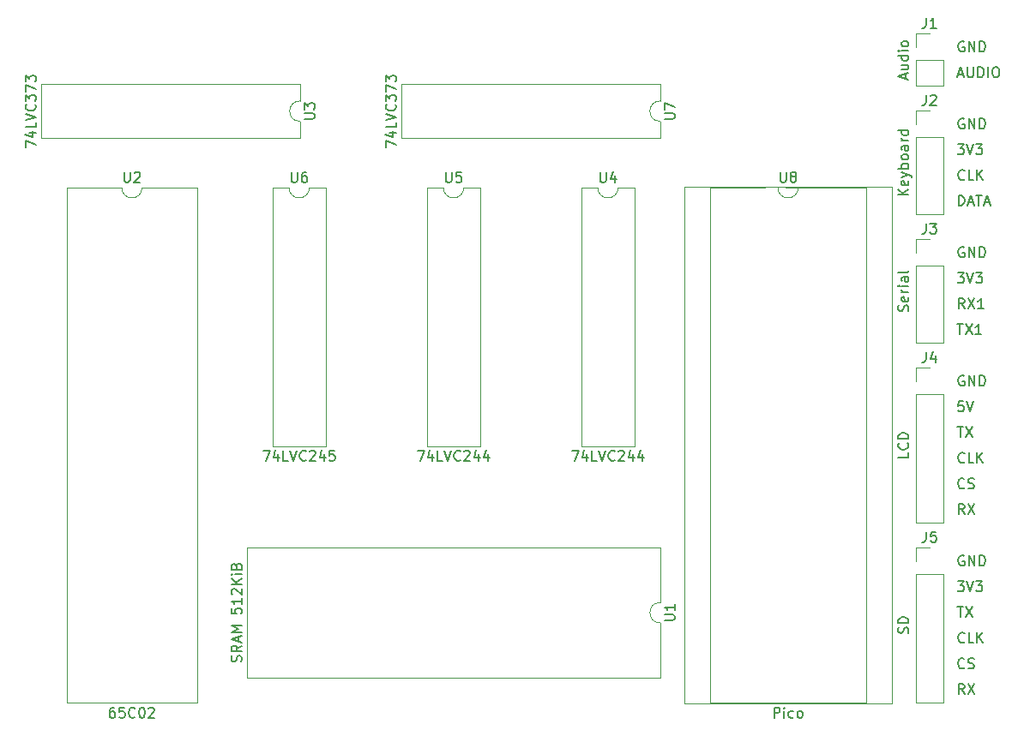
<source format=gto>
G04 #@! TF.GenerationSoftware,KiCad,Pcbnew,6.0.5-a6ca702e91~116~ubuntu20.04.1*
G04 #@! TF.CreationDate,2022-05-31T07:59:30+02:00*
G04 #@! TF.ProjectId,PZ1_Pico,505a315f-5069-4636-9f2e-6b696361645f,rev?*
G04 #@! TF.SameCoordinates,Original*
G04 #@! TF.FileFunction,Legend,Top*
G04 #@! TF.FilePolarity,Positive*
%FSLAX46Y46*%
G04 Gerber Fmt 4.6, Leading zero omitted, Abs format (unit mm)*
G04 Created by KiCad (PCBNEW 6.0.5-a6ca702e91~116~ubuntu20.04.1) date 2022-05-31 07:59:30*
%MOMM*%
%LPD*%
G01*
G04 APERTURE LIST*
%ADD10C,0.150000*%
%ADD11C,0.120000*%
%ADD12R,1.600000X1.600000*%
%ADD13O,1.600000X1.600000*%
%ADD14R,1.700000X1.700000*%
%ADD15O,1.700000X1.700000*%
G04 APERTURE END LIST*
D10*
X214267023Y-117292380D02*
X213933690Y-116816190D01*
X213695595Y-117292380D02*
X213695595Y-116292380D01*
X214076547Y-116292380D01*
X214171785Y-116340000D01*
X214219404Y-116387619D01*
X214267023Y-116482857D01*
X214267023Y-116625714D01*
X214219404Y-116720952D01*
X214171785Y-116768571D01*
X214076547Y-116816190D01*
X213695595Y-116816190D01*
X214600357Y-116292380D02*
X215267023Y-117292380D01*
X215267023Y-116292380D02*
X214600357Y-117292380D01*
X216171785Y-117292380D02*
X215600357Y-117292380D01*
X215886071Y-117292380D02*
X215886071Y-116292380D01*
X215790833Y-116435238D01*
X215695595Y-116530476D01*
X215600357Y-116578095D01*
X214250369Y-134976422D02*
X214202750Y-135024041D01*
X214059893Y-135071660D01*
X213964655Y-135071660D01*
X213821798Y-135024041D01*
X213726560Y-134928803D01*
X213678941Y-134833565D01*
X213631322Y-134643089D01*
X213631322Y-134500232D01*
X213678941Y-134309756D01*
X213726560Y-134214518D01*
X213821798Y-134119280D01*
X213964655Y-134071660D01*
X214059893Y-134071660D01*
X214202750Y-134119280D01*
X214250369Y-134166899D01*
X214631322Y-135024041D02*
X214774179Y-135071660D01*
X215012274Y-135071660D01*
X215107512Y-135024041D01*
X215155131Y-134976422D01*
X215202750Y-134881184D01*
X215202750Y-134785946D01*
X215155131Y-134690708D01*
X215107512Y-134643089D01*
X215012274Y-134595470D01*
X214821798Y-134547851D01*
X214726560Y-134500232D01*
X214678941Y-134452613D01*
X214631322Y-134357375D01*
X214631322Y-134262137D01*
X214678941Y-134166899D01*
X214726560Y-134119280D01*
X214821798Y-134071660D01*
X215059893Y-134071660D01*
X215202750Y-134119280D01*
X213552738Y-128992380D02*
X214124166Y-128992380D01*
X213838452Y-129992380D02*
X213838452Y-128992380D01*
X214362261Y-128992380D02*
X215028928Y-129992380D01*
X215028928Y-128992380D02*
X214362261Y-129992380D01*
X214267023Y-155392380D02*
X213933690Y-154916190D01*
X213695595Y-155392380D02*
X213695595Y-154392380D01*
X214076547Y-154392380D01*
X214171785Y-154440000D01*
X214219404Y-154487619D01*
X214267023Y-154582857D01*
X214267023Y-154725714D01*
X214219404Y-154820952D01*
X214171785Y-154868571D01*
X214076547Y-154916190D01*
X213695595Y-154916190D01*
X214600357Y-154392380D02*
X215267023Y-155392380D01*
X215267023Y-154392380D02*
X214600357Y-155392380D01*
X214267023Y-132437142D02*
X214219404Y-132484761D01*
X214076547Y-132532380D01*
X213981309Y-132532380D01*
X213838452Y-132484761D01*
X213743214Y-132389523D01*
X213695595Y-132294285D01*
X213647976Y-132103809D01*
X213647976Y-131960952D01*
X213695595Y-131770476D01*
X213743214Y-131675238D01*
X213838452Y-131580000D01*
X213981309Y-131532380D01*
X214076547Y-131532380D01*
X214219404Y-131580000D01*
X214267023Y-131627619D01*
X215171785Y-132532380D02*
X214695595Y-132532380D01*
X214695595Y-131532380D01*
X215505119Y-132532380D02*
X215505119Y-131532380D01*
X216076547Y-132532380D02*
X215647976Y-131960952D01*
X216076547Y-131532380D02*
X215505119Y-132103809D01*
X213689173Y-107105580D02*
X213689173Y-106105580D01*
X213927268Y-106105580D01*
X214070125Y-106153200D01*
X214165363Y-106248438D01*
X214212982Y-106343676D01*
X214260601Y-106534152D01*
X214260601Y-106677009D01*
X214212982Y-106867485D01*
X214165363Y-106962723D01*
X214070125Y-107057961D01*
X213927268Y-107105580D01*
X213689173Y-107105580D01*
X214641554Y-106819866D02*
X215117744Y-106819866D01*
X214546316Y-107105580D02*
X214879649Y-106105580D01*
X215212982Y-107105580D01*
X215403458Y-106105580D02*
X215974887Y-106105580D01*
X215689173Y-107105580D02*
X215689173Y-106105580D01*
X216260601Y-106819866D02*
X216736792Y-106819866D01*
X216165363Y-107105580D02*
X216498697Y-106105580D01*
X216832030Y-107105580D01*
X214219404Y-141740000D02*
X214124166Y-141692380D01*
X213981309Y-141692380D01*
X213838452Y-141740000D01*
X213743214Y-141835238D01*
X213695595Y-141930476D01*
X213647976Y-142120952D01*
X213647976Y-142263809D01*
X213695595Y-142454285D01*
X213743214Y-142549523D01*
X213838452Y-142644761D01*
X213981309Y-142692380D01*
X214076547Y-142692380D01*
X214219404Y-142644761D01*
X214267023Y-142597142D01*
X214267023Y-142263809D01*
X214076547Y-142263809D01*
X214695595Y-142692380D02*
X214695595Y-141692380D01*
X215267023Y-142692380D01*
X215267023Y-141692380D01*
X215743214Y-142692380D02*
X215743214Y-141692380D01*
X215981309Y-141692380D01*
X216124166Y-141740000D01*
X216219404Y-141835238D01*
X216267023Y-141930476D01*
X216314642Y-142120952D01*
X216314642Y-142263809D01*
X216267023Y-142454285D01*
X216219404Y-142549523D01*
X216124166Y-142644761D01*
X215981309Y-142692380D01*
X215743214Y-142692380D01*
X214219404Y-98560000D02*
X214124166Y-98512380D01*
X213981309Y-98512380D01*
X213838452Y-98560000D01*
X213743214Y-98655238D01*
X213695595Y-98750476D01*
X213647976Y-98940952D01*
X213647976Y-99083809D01*
X213695595Y-99274285D01*
X213743214Y-99369523D01*
X213838452Y-99464761D01*
X213981309Y-99512380D01*
X214076547Y-99512380D01*
X214219404Y-99464761D01*
X214267023Y-99417142D01*
X214267023Y-99083809D01*
X214076547Y-99083809D01*
X214695595Y-99512380D02*
X214695595Y-98512380D01*
X215267023Y-99512380D01*
X215267023Y-98512380D01*
X215743214Y-99512380D02*
X215743214Y-98512380D01*
X215981309Y-98512380D01*
X216124166Y-98560000D01*
X216219404Y-98655238D01*
X216267023Y-98750476D01*
X216314642Y-98940952D01*
X216314642Y-99083809D01*
X216267023Y-99274285D01*
X216219404Y-99369523D01*
X216124166Y-99464761D01*
X215981309Y-99512380D01*
X215743214Y-99512380D01*
X213600357Y-113752380D02*
X214219404Y-113752380D01*
X213886071Y-114133333D01*
X214028928Y-114133333D01*
X214124166Y-114180952D01*
X214171785Y-114228571D01*
X214219404Y-114323809D01*
X214219404Y-114561904D01*
X214171785Y-114657142D01*
X214124166Y-114704761D01*
X214028928Y-114752380D01*
X213743214Y-114752380D01*
X213647976Y-114704761D01*
X213600357Y-114657142D01*
X214505119Y-113752380D02*
X214838452Y-114752380D01*
X215171785Y-113752380D01*
X215409880Y-113752380D02*
X216028928Y-113752380D01*
X215695595Y-114133333D01*
X215838452Y-114133333D01*
X215933690Y-114180952D01*
X215981309Y-114228571D01*
X216028928Y-114323809D01*
X216028928Y-114561904D01*
X215981309Y-114657142D01*
X215933690Y-114704761D01*
X215838452Y-114752380D01*
X215552738Y-114752380D01*
X215457500Y-114704761D01*
X215409880Y-114657142D01*
X214267023Y-137612380D02*
X213933690Y-137136190D01*
X213695595Y-137612380D02*
X213695595Y-136612380D01*
X214076547Y-136612380D01*
X214171785Y-136660000D01*
X214219404Y-136707619D01*
X214267023Y-136802857D01*
X214267023Y-136945714D01*
X214219404Y-137040952D01*
X214171785Y-137088571D01*
X214076547Y-137136190D01*
X213695595Y-137136190D01*
X214600357Y-136612380D02*
X215267023Y-137612380D01*
X215267023Y-136612380D02*
X214600357Y-137612380D01*
X214219404Y-123960000D02*
X214124166Y-123912380D01*
X213981309Y-123912380D01*
X213838452Y-123960000D01*
X213743214Y-124055238D01*
X213695595Y-124150476D01*
X213647976Y-124340952D01*
X213647976Y-124483809D01*
X213695595Y-124674285D01*
X213743214Y-124769523D01*
X213838452Y-124864761D01*
X213981309Y-124912380D01*
X214076547Y-124912380D01*
X214219404Y-124864761D01*
X214267023Y-124817142D01*
X214267023Y-124483809D01*
X214076547Y-124483809D01*
X214695595Y-124912380D02*
X214695595Y-123912380D01*
X215267023Y-124912380D01*
X215267023Y-123912380D01*
X215743214Y-124912380D02*
X215743214Y-123912380D01*
X215981309Y-123912380D01*
X216124166Y-123960000D01*
X216219404Y-124055238D01*
X216267023Y-124150476D01*
X216314642Y-124340952D01*
X216314642Y-124483809D01*
X216267023Y-124674285D01*
X216219404Y-124769523D01*
X216124166Y-124864761D01*
X215981309Y-124912380D01*
X215743214Y-124912380D01*
X214267023Y-150217142D02*
X214219404Y-150264761D01*
X214076547Y-150312380D01*
X213981309Y-150312380D01*
X213838452Y-150264761D01*
X213743214Y-150169523D01*
X213695595Y-150074285D01*
X213647976Y-149883809D01*
X213647976Y-149740952D01*
X213695595Y-149550476D01*
X213743214Y-149455238D01*
X213838452Y-149360000D01*
X213981309Y-149312380D01*
X214076547Y-149312380D01*
X214219404Y-149360000D01*
X214267023Y-149407619D01*
X215171785Y-150312380D02*
X214695595Y-150312380D01*
X214695595Y-149312380D01*
X215505119Y-150312380D02*
X215505119Y-149312380D01*
X216076547Y-150312380D02*
X215647976Y-149740952D01*
X216076547Y-149312380D02*
X215505119Y-149883809D01*
X213546316Y-118819536D02*
X214117744Y-118819536D01*
X213832030Y-119819536D02*
X213832030Y-118819536D01*
X214355839Y-118819536D02*
X215022506Y-119819536D01*
X215022506Y-118819536D02*
X214355839Y-119819536D01*
X215927268Y-119819536D02*
X215355839Y-119819536D01*
X215641554Y-119819536D02*
X215641554Y-118819536D01*
X215546316Y-118962394D01*
X215451078Y-119057632D01*
X215355839Y-119105251D01*
X213600357Y-101052380D02*
X214219404Y-101052380D01*
X213886071Y-101433333D01*
X214028928Y-101433333D01*
X214124166Y-101480952D01*
X214171785Y-101528571D01*
X214219404Y-101623809D01*
X214219404Y-101861904D01*
X214171785Y-101957142D01*
X214124166Y-102004761D01*
X214028928Y-102052380D01*
X213743214Y-102052380D01*
X213647976Y-102004761D01*
X213600357Y-101957142D01*
X214505119Y-101052380D02*
X214838452Y-102052380D01*
X215171785Y-101052380D01*
X215409880Y-101052380D02*
X216028928Y-101052380D01*
X215695595Y-101433333D01*
X215838452Y-101433333D01*
X215933690Y-101480952D01*
X215981309Y-101528571D01*
X216028928Y-101623809D01*
X216028928Y-101861904D01*
X215981309Y-101957142D01*
X215933690Y-102004761D01*
X215838452Y-102052380D01*
X215552738Y-102052380D01*
X215457500Y-102004761D01*
X215409880Y-101957142D01*
X214219404Y-90940000D02*
X214124166Y-90892380D01*
X213981309Y-90892380D01*
X213838452Y-90940000D01*
X213743214Y-91035238D01*
X213695595Y-91130476D01*
X213647976Y-91320952D01*
X213647976Y-91463809D01*
X213695595Y-91654285D01*
X213743214Y-91749523D01*
X213838452Y-91844761D01*
X213981309Y-91892380D01*
X214076547Y-91892380D01*
X214219404Y-91844761D01*
X214267023Y-91797142D01*
X214267023Y-91463809D01*
X214076547Y-91463809D01*
X214695595Y-91892380D02*
X214695595Y-90892380D01*
X215267023Y-91892380D01*
X215267023Y-90892380D01*
X215743214Y-91892380D02*
X215743214Y-90892380D01*
X215981309Y-90892380D01*
X216124166Y-90940000D01*
X216219404Y-91035238D01*
X216267023Y-91130476D01*
X216314642Y-91320952D01*
X216314642Y-91463809D01*
X216267023Y-91654285D01*
X216219404Y-91749523D01*
X216124166Y-91844761D01*
X215981309Y-91892380D01*
X215743214Y-91892380D01*
X214219404Y-111260000D02*
X214124166Y-111212380D01*
X213981309Y-111212380D01*
X213838452Y-111260000D01*
X213743214Y-111355238D01*
X213695595Y-111450476D01*
X213647976Y-111640952D01*
X213647976Y-111783809D01*
X213695595Y-111974285D01*
X213743214Y-112069523D01*
X213838452Y-112164761D01*
X213981309Y-112212380D01*
X214076547Y-112212380D01*
X214219404Y-112164761D01*
X214267023Y-112117142D01*
X214267023Y-111783809D01*
X214076547Y-111783809D01*
X214695595Y-112212380D02*
X214695595Y-111212380D01*
X215267023Y-112212380D01*
X215267023Y-111212380D01*
X215743214Y-112212380D02*
X215743214Y-111212380D01*
X215981309Y-111212380D01*
X216124166Y-111260000D01*
X216219404Y-111355238D01*
X216267023Y-111450476D01*
X216314642Y-111640952D01*
X216314642Y-111783809D01*
X216267023Y-111974285D01*
X216219404Y-112069523D01*
X216124166Y-112164761D01*
X215981309Y-112212380D01*
X215743214Y-112212380D01*
X213600357Y-144232380D02*
X214219404Y-144232380D01*
X213886071Y-144613333D01*
X214028928Y-144613333D01*
X214124166Y-144660952D01*
X214171785Y-144708571D01*
X214219404Y-144803809D01*
X214219404Y-145041904D01*
X214171785Y-145137142D01*
X214124166Y-145184761D01*
X214028928Y-145232380D01*
X213743214Y-145232380D01*
X213647976Y-145184761D01*
X213600357Y-145137142D01*
X214505119Y-144232380D02*
X214838452Y-145232380D01*
X215171785Y-144232380D01*
X215409880Y-144232380D02*
X216028928Y-144232380D01*
X215695595Y-144613333D01*
X215838452Y-144613333D01*
X215933690Y-144660952D01*
X215981309Y-144708571D01*
X216028928Y-144803809D01*
X216028928Y-145041904D01*
X215981309Y-145137142D01*
X215933690Y-145184761D01*
X215838452Y-145232380D01*
X215552738Y-145232380D01*
X215457500Y-145184761D01*
X215409880Y-145137142D01*
X214267023Y-104497142D02*
X214219404Y-104544761D01*
X214076547Y-104592380D01*
X213981309Y-104592380D01*
X213838452Y-104544761D01*
X213743214Y-104449523D01*
X213695595Y-104354285D01*
X213647976Y-104163809D01*
X213647976Y-104020952D01*
X213695595Y-103830476D01*
X213743214Y-103735238D01*
X213838452Y-103640000D01*
X213981309Y-103592380D01*
X214076547Y-103592380D01*
X214219404Y-103640000D01*
X214267023Y-103687619D01*
X215171785Y-104592380D02*
X214695595Y-104592380D01*
X214695595Y-103592380D01*
X215505119Y-104592380D02*
X215505119Y-103592380D01*
X216076547Y-104592380D02*
X215647976Y-104020952D01*
X216076547Y-103592380D02*
X215505119Y-104163809D01*
X214250369Y-152756422D02*
X214202750Y-152804041D01*
X214059893Y-152851660D01*
X213964655Y-152851660D01*
X213821798Y-152804041D01*
X213726560Y-152708803D01*
X213678941Y-152613565D01*
X213631322Y-152423089D01*
X213631322Y-152280232D01*
X213678941Y-152089756D01*
X213726560Y-151994518D01*
X213821798Y-151899280D01*
X213964655Y-151851660D01*
X214059893Y-151851660D01*
X214202750Y-151899280D01*
X214250369Y-151946899D01*
X214631322Y-152804041D02*
X214774179Y-152851660D01*
X215012274Y-152851660D01*
X215107512Y-152804041D01*
X215155131Y-152756422D01*
X215202750Y-152661184D01*
X215202750Y-152565946D01*
X215155131Y-152470708D01*
X215107512Y-152423089D01*
X215012274Y-152375470D01*
X214821798Y-152327851D01*
X214726560Y-152280232D01*
X214678941Y-152232613D01*
X214631322Y-152137375D01*
X214631322Y-152042137D01*
X214678941Y-151946899D01*
X214726560Y-151899280D01*
X214821798Y-151851660D01*
X215059893Y-151851660D01*
X215202750Y-151899280D01*
X213552738Y-146772380D02*
X214124166Y-146772380D01*
X213838452Y-147772380D02*
X213838452Y-146772380D01*
X214362261Y-146772380D02*
X215028928Y-147772380D01*
X215028928Y-146772380D02*
X214362261Y-147772380D01*
X214171785Y-126452380D02*
X213695595Y-126452380D01*
X213647976Y-126928571D01*
X213695595Y-126880952D01*
X213790833Y-126833333D01*
X214028928Y-126833333D01*
X214124166Y-126880952D01*
X214171785Y-126928571D01*
X214219404Y-127023809D01*
X214219404Y-127261904D01*
X214171785Y-127357142D01*
X214124166Y-127404761D01*
X214028928Y-127452380D01*
X213790833Y-127452380D01*
X213695595Y-127404761D01*
X213647976Y-127357142D01*
X214505119Y-126452380D02*
X214838452Y-127452380D01*
X215171785Y-126452380D01*
X213647976Y-94146666D02*
X214124166Y-94146666D01*
X213552738Y-94432380D02*
X213886071Y-93432380D01*
X214219404Y-94432380D01*
X214552738Y-93432380D02*
X214552738Y-94241904D01*
X214600357Y-94337142D01*
X214647976Y-94384761D01*
X214743214Y-94432380D01*
X214933690Y-94432380D01*
X215028928Y-94384761D01*
X215076547Y-94337142D01*
X215124166Y-94241904D01*
X215124166Y-93432380D01*
X215600357Y-94432380D02*
X215600357Y-93432380D01*
X215838452Y-93432380D01*
X215981309Y-93480000D01*
X216076547Y-93575238D01*
X216124166Y-93670476D01*
X216171785Y-93860952D01*
X216171785Y-94003809D01*
X216124166Y-94194285D01*
X216076547Y-94289523D01*
X215981309Y-94384761D01*
X215838452Y-94432380D01*
X215600357Y-94432380D01*
X216600357Y-94432380D02*
X216600357Y-93432380D01*
X217267023Y-93432380D02*
X217457500Y-93432380D01*
X217552738Y-93480000D01*
X217647976Y-93575238D01*
X217695595Y-93765714D01*
X217695595Y-94099047D01*
X217647976Y-94289523D01*
X217552738Y-94384761D01*
X217457500Y-94432380D01*
X217267023Y-94432380D01*
X217171785Y-94384761D01*
X217076547Y-94289523D01*
X217028928Y-94099047D01*
X217028928Y-93765714D01*
X217076547Y-93575238D01*
X217171785Y-93480000D01*
X217267023Y-93432380D01*
X149102380Y-98551904D02*
X149911904Y-98551904D01*
X150007142Y-98504285D01*
X150054761Y-98456666D01*
X150102380Y-98361428D01*
X150102380Y-98170952D01*
X150054761Y-98075714D01*
X150007142Y-98028095D01*
X149911904Y-97980476D01*
X149102380Y-97980476D01*
X149102380Y-97599523D02*
X149102380Y-96980476D01*
X149483333Y-97313809D01*
X149483333Y-97170952D01*
X149530952Y-97075714D01*
X149578571Y-97028095D01*
X149673809Y-96980476D01*
X149911904Y-96980476D01*
X150007142Y-97028095D01*
X150054761Y-97075714D01*
X150102380Y-97170952D01*
X150102380Y-97456666D01*
X150054761Y-97551904D01*
X150007142Y-97599523D01*
X121582380Y-101361428D02*
X121582380Y-100694761D01*
X122582380Y-101123333D01*
X121915714Y-99885238D02*
X122582380Y-99885238D01*
X121534761Y-100123333D02*
X122249047Y-100361428D01*
X122249047Y-99742380D01*
X122582380Y-98885238D02*
X122582380Y-99361428D01*
X121582380Y-99361428D01*
X121582380Y-98694761D02*
X122582380Y-98361428D01*
X121582380Y-98028095D01*
X122487142Y-97123333D02*
X122534761Y-97170952D01*
X122582380Y-97313809D01*
X122582380Y-97409047D01*
X122534761Y-97551904D01*
X122439523Y-97647142D01*
X122344285Y-97694761D01*
X122153809Y-97742380D01*
X122010952Y-97742380D01*
X121820476Y-97694761D01*
X121725238Y-97647142D01*
X121630000Y-97551904D01*
X121582380Y-97409047D01*
X121582380Y-97313809D01*
X121630000Y-97170952D01*
X121677619Y-97123333D01*
X121582380Y-96790000D02*
X121582380Y-96170952D01*
X121963333Y-96504285D01*
X121963333Y-96361428D01*
X122010952Y-96266190D01*
X122058571Y-96218571D01*
X122153809Y-96170952D01*
X122391904Y-96170952D01*
X122487142Y-96218571D01*
X122534761Y-96266190D01*
X122582380Y-96361428D01*
X122582380Y-96647142D01*
X122534761Y-96742380D01*
X122487142Y-96790000D01*
X121582380Y-95837619D02*
X121582380Y-95170952D01*
X122582380Y-95599523D01*
X121582380Y-94885238D02*
X121582380Y-94266190D01*
X121963333Y-94599523D01*
X121963333Y-94456666D01*
X122010952Y-94361428D01*
X122058571Y-94313809D01*
X122153809Y-94266190D01*
X122391904Y-94266190D01*
X122487142Y-94313809D01*
X122534761Y-94361428D01*
X122582380Y-94456666D01*
X122582380Y-94742380D01*
X122534761Y-94837619D01*
X122487142Y-94885238D01*
X178308095Y-103807380D02*
X178308095Y-104616904D01*
X178355714Y-104712142D01*
X178403333Y-104759761D01*
X178498571Y-104807380D01*
X178689047Y-104807380D01*
X178784285Y-104759761D01*
X178831904Y-104712142D01*
X178879523Y-104616904D01*
X178879523Y-103807380D01*
X179784285Y-104140714D02*
X179784285Y-104807380D01*
X179546190Y-103759761D02*
X179308095Y-104474047D01*
X179927142Y-104474047D01*
X175498571Y-131327380D02*
X176165238Y-131327380D01*
X175736666Y-132327380D01*
X176974761Y-131660714D02*
X176974761Y-132327380D01*
X176736666Y-131279761D02*
X176498571Y-131994047D01*
X177117619Y-131994047D01*
X177974761Y-132327380D02*
X177498571Y-132327380D01*
X177498571Y-131327380D01*
X178165238Y-131327380D02*
X178498571Y-132327380D01*
X178831904Y-131327380D01*
X179736666Y-132232142D02*
X179689047Y-132279761D01*
X179546190Y-132327380D01*
X179450952Y-132327380D01*
X179308095Y-132279761D01*
X179212857Y-132184523D01*
X179165238Y-132089285D01*
X179117619Y-131898809D01*
X179117619Y-131755952D01*
X179165238Y-131565476D01*
X179212857Y-131470238D01*
X179308095Y-131375000D01*
X179450952Y-131327380D01*
X179546190Y-131327380D01*
X179689047Y-131375000D01*
X179736666Y-131422619D01*
X180117619Y-131422619D02*
X180165238Y-131375000D01*
X180260476Y-131327380D01*
X180498571Y-131327380D01*
X180593809Y-131375000D01*
X180641428Y-131422619D01*
X180689047Y-131517857D01*
X180689047Y-131613095D01*
X180641428Y-131755952D01*
X180070000Y-132327380D01*
X180689047Y-132327380D01*
X181546190Y-131660714D02*
X181546190Y-132327380D01*
X181308095Y-131279761D02*
X181070000Y-131994047D01*
X181689047Y-131994047D01*
X182498571Y-131660714D02*
X182498571Y-132327380D01*
X182260476Y-131279761D02*
X182022380Y-131994047D01*
X182641428Y-131994047D01*
X184662380Y-148101904D02*
X185471904Y-148101904D01*
X185567142Y-148054285D01*
X185614761Y-148006666D01*
X185662380Y-147911428D01*
X185662380Y-147720952D01*
X185614761Y-147625714D01*
X185567142Y-147578095D01*
X185471904Y-147530476D01*
X184662380Y-147530476D01*
X185662380Y-146530476D02*
X185662380Y-147101904D01*
X185662380Y-146816190D02*
X184662380Y-146816190D01*
X184805238Y-146911428D01*
X184900476Y-147006666D01*
X184948095Y-147101904D01*
X142854761Y-152173333D02*
X142902380Y-152030476D01*
X142902380Y-151792380D01*
X142854761Y-151697142D01*
X142807142Y-151649523D01*
X142711904Y-151601904D01*
X142616666Y-151601904D01*
X142521428Y-151649523D01*
X142473809Y-151697142D01*
X142426190Y-151792380D01*
X142378571Y-151982857D01*
X142330952Y-152078095D01*
X142283333Y-152125714D01*
X142188095Y-152173333D01*
X142092857Y-152173333D01*
X141997619Y-152125714D01*
X141950000Y-152078095D01*
X141902380Y-151982857D01*
X141902380Y-151744761D01*
X141950000Y-151601904D01*
X142902380Y-150601904D02*
X142426190Y-150935238D01*
X142902380Y-151173333D02*
X141902380Y-151173333D01*
X141902380Y-150792380D01*
X141950000Y-150697142D01*
X141997619Y-150649523D01*
X142092857Y-150601904D01*
X142235714Y-150601904D01*
X142330952Y-150649523D01*
X142378571Y-150697142D01*
X142426190Y-150792380D01*
X142426190Y-151173333D01*
X142616666Y-150220952D02*
X142616666Y-149744761D01*
X142902380Y-150316190D02*
X141902380Y-149982857D01*
X142902380Y-149649523D01*
X142902380Y-149316190D02*
X141902380Y-149316190D01*
X142616666Y-148982857D01*
X141902380Y-148649523D01*
X142902380Y-148649523D01*
X141902380Y-146935238D02*
X141902380Y-147411428D01*
X142378571Y-147459047D01*
X142330952Y-147411428D01*
X142283333Y-147316190D01*
X142283333Y-147078095D01*
X142330952Y-146982857D01*
X142378571Y-146935238D01*
X142473809Y-146887619D01*
X142711904Y-146887619D01*
X142807142Y-146935238D01*
X142854761Y-146982857D01*
X142902380Y-147078095D01*
X142902380Y-147316190D01*
X142854761Y-147411428D01*
X142807142Y-147459047D01*
X142902380Y-145935238D02*
X142902380Y-146506666D01*
X142902380Y-146220952D02*
X141902380Y-146220952D01*
X142045238Y-146316190D01*
X142140476Y-146411428D01*
X142188095Y-146506666D01*
X141997619Y-145554285D02*
X141950000Y-145506666D01*
X141902380Y-145411428D01*
X141902380Y-145173333D01*
X141950000Y-145078095D01*
X141997619Y-145030476D01*
X142092857Y-144982857D01*
X142188095Y-144982857D01*
X142330952Y-145030476D01*
X142902380Y-145601904D01*
X142902380Y-144982857D01*
X142902380Y-144554285D02*
X141902380Y-144554285D01*
X142902380Y-143982857D02*
X142330952Y-144411428D01*
X141902380Y-143982857D02*
X142473809Y-144554285D01*
X142902380Y-143554285D02*
X142235714Y-143554285D01*
X141902380Y-143554285D02*
X141950000Y-143601904D01*
X141997619Y-143554285D01*
X141950000Y-143506666D01*
X141902380Y-143554285D01*
X141997619Y-143554285D01*
X142378571Y-142744761D02*
X142426190Y-142601904D01*
X142473809Y-142554285D01*
X142569047Y-142506666D01*
X142711904Y-142506666D01*
X142807142Y-142554285D01*
X142854761Y-142601904D01*
X142902380Y-142697142D01*
X142902380Y-143078095D01*
X141902380Y-143078095D01*
X141902380Y-142744761D01*
X141950000Y-142649523D01*
X141997619Y-142601904D01*
X142092857Y-142554285D01*
X142188095Y-142554285D01*
X142283333Y-142601904D01*
X142330952Y-142649523D01*
X142378571Y-142744761D01*
X142378571Y-143078095D01*
X163068095Y-103807380D02*
X163068095Y-104616904D01*
X163115714Y-104712142D01*
X163163333Y-104759761D01*
X163258571Y-104807380D01*
X163449047Y-104807380D01*
X163544285Y-104759761D01*
X163591904Y-104712142D01*
X163639523Y-104616904D01*
X163639523Y-103807380D01*
X164591904Y-103807380D02*
X164115714Y-103807380D01*
X164068095Y-104283571D01*
X164115714Y-104235952D01*
X164210952Y-104188333D01*
X164449047Y-104188333D01*
X164544285Y-104235952D01*
X164591904Y-104283571D01*
X164639523Y-104378809D01*
X164639523Y-104616904D01*
X164591904Y-104712142D01*
X164544285Y-104759761D01*
X164449047Y-104807380D01*
X164210952Y-104807380D01*
X164115714Y-104759761D01*
X164068095Y-104712142D01*
X160258571Y-131327380D02*
X160925238Y-131327380D01*
X160496666Y-132327380D01*
X161734761Y-131660714D02*
X161734761Y-132327380D01*
X161496666Y-131279761D02*
X161258571Y-131994047D01*
X161877619Y-131994047D01*
X162734761Y-132327380D02*
X162258571Y-132327380D01*
X162258571Y-131327380D01*
X162925238Y-131327380D02*
X163258571Y-132327380D01*
X163591904Y-131327380D01*
X164496666Y-132232142D02*
X164449047Y-132279761D01*
X164306190Y-132327380D01*
X164210952Y-132327380D01*
X164068095Y-132279761D01*
X163972857Y-132184523D01*
X163925238Y-132089285D01*
X163877619Y-131898809D01*
X163877619Y-131755952D01*
X163925238Y-131565476D01*
X163972857Y-131470238D01*
X164068095Y-131375000D01*
X164210952Y-131327380D01*
X164306190Y-131327380D01*
X164449047Y-131375000D01*
X164496666Y-131422619D01*
X164877619Y-131422619D02*
X164925238Y-131375000D01*
X165020476Y-131327380D01*
X165258571Y-131327380D01*
X165353809Y-131375000D01*
X165401428Y-131422619D01*
X165449047Y-131517857D01*
X165449047Y-131613095D01*
X165401428Y-131755952D01*
X164830000Y-132327380D01*
X165449047Y-132327380D01*
X166306190Y-131660714D02*
X166306190Y-132327380D01*
X166068095Y-131279761D02*
X165830000Y-131994047D01*
X166449047Y-131994047D01*
X167258571Y-131660714D02*
X167258571Y-132327380D01*
X167020476Y-131279761D02*
X166782380Y-131994047D01*
X167401428Y-131994047D01*
X210486666Y-108882380D02*
X210486666Y-109596666D01*
X210439047Y-109739523D01*
X210343809Y-109834761D01*
X210200952Y-109882380D01*
X210105714Y-109882380D01*
X210867619Y-108882380D02*
X211486666Y-108882380D01*
X211153333Y-109263333D01*
X211296190Y-109263333D01*
X211391428Y-109310952D01*
X211439047Y-109358571D01*
X211486666Y-109453809D01*
X211486666Y-109691904D01*
X211439047Y-109787142D01*
X211391428Y-109834761D01*
X211296190Y-109882380D01*
X211010476Y-109882380D01*
X210915238Y-109834761D01*
X210867619Y-109787142D01*
X208684761Y-117546190D02*
X208732380Y-117403333D01*
X208732380Y-117165238D01*
X208684761Y-117070000D01*
X208637142Y-117022380D01*
X208541904Y-116974761D01*
X208446666Y-116974761D01*
X208351428Y-117022380D01*
X208303809Y-117070000D01*
X208256190Y-117165238D01*
X208208571Y-117355714D01*
X208160952Y-117450952D01*
X208113333Y-117498571D01*
X208018095Y-117546190D01*
X207922857Y-117546190D01*
X207827619Y-117498571D01*
X207780000Y-117450952D01*
X207732380Y-117355714D01*
X207732380Y-117117619D01*
X207780000Y-116974761D01*
X208684761Y-116165238D02*
X208732380Y-116260476D01*
X208732380Y-116450952D01*
X208684761Y-116546190D01*
X208589523Y-116593809D01*
X208208571Y-116593809D01*
X208113333Y-116546190D01*
X208065714Y-116450952D01*
X208065714Y-116260476D01*
X208113333Y-116165238D01*
X208208571Y-116117619D01*
X208303809Y-116117619D01*
X208399047Y-116593809D01*
X208732380Y-115689047D02*
X208065714Y-115689047D01*
X208256190Y-115689047D02*
X208160952Y-115641428D01*
X208113333Y-115593809D01*
X208065714Y-115498571D01*
X208065714Y-115403333D01*
X208732380Y-115070000D02*
X208065714Y-115070000D01*
X207732380Y-115070000D02*
X207780000Y-115117619D01*
X207827619Y-115070000D01*
X207780000Y-115022380D01*
X207732380Y-115070000D01*
X207827619Y-115070000D01*
X208732380Y-114165238D02*
X208208571Y-114165238D01*
X208113333Y-114212857D01*
X208065714Y-114308095D01*
X208065714Y-114498571D01*
X208113333Y-114593809D01*
X208684761Y-114165238D02*
X208732380Y-114260476D01*
X208732380Y-114498571D01*
X208684761Y-114593809D01*
X208589523Y-114641428D01*
X208494285Y-114641428D01*
X208399047Y-114593809D01*
X208351428Y-114498571D01*
X208351428Y-114260476D01*
X208303809Y-114165238D01*
X208732380Y-113546190D02*
X208684761Y-113641428D01*
X208589523Y-113689047D01*
X207732380Y-113689047D01*
X131313095Y-103802380D02*
X131313095Y-104611904D01*
X131360714Y-104707142D01*
X131408333Y-104754761D01*
X131503571Y-104802380D01*
X131694047Y-104802380D01*
X131789285Y-104754761D01*
X131836904Y-104707142D01*
X131884523Y-104611904D01*
X131884523Y-103802380D01*
X132313095Y-103897619D02*
X132360714Y-103850000D01*
X132455952Y-103802380D01*
X132694047Y-103802380D01*
X132789285Y-103850000D01*
X132836904Y-103897619D01*
X132884523Y-103992857D01*
X132884523Y-104088095D01*
X132836904Y-104230952D01*
X132265476Y-104802380D01*
X132884523Y-104802380D01*
X130336904Y-156722380D02*
X130146428Y-156722380D01*
X130051190Y-156770000D01*
X130003571Y-156817619D01*
X129908333Y-156960476D01*
X129860714Y-157150952D01*
X129860714Y-157531904D01*
X129908333Y-157627142D01*
X129955952Y-157674761D01*
X130051190Y-157722380D01*
X130241666Y-157722380D01*
X130336904Y-157674761D01*
X130384523Y-157627142D01*
X130432142Y-157531904D01*
X130432142Y-157293809D01*
X130384523Y-157198571D01*
X130336904Y-157150952D01*
X130241666Y-157103333D01*
X130051190Y-157103333D01*
X129955952Y-157150952D01*
X129908333Y-157198571D01*
X129860714Y-157293809D01*
X131336904Y-156722380D02*
X130860714Y-156722380D01*
X130813095Y-157198571D01*
X130860714Y-157150952D01*
X130955952Y-157103333D01*
X131194047Y-157103333D01*
X131289285Y-157150952D01*
X131336904Y-157198571D01*
X131384523Y-157293809D01*
X131384523Y-157531904D01*
X131336904Y-157627142D01*
X131289285Y-157674761D01*
X131194047Y-157722380D01*
X130955952Y-157722380D01*
X130860714Y-157674761D01*
X130813095Y-157627142D01*
X132384523Y-157627142D02*
X132336904Y-157674761D01*
X132194047Y-157722380D01*
X132098809Y-157722380D01*
X131955952Y-157674761D01*
X131860714Y-157579523D01*
X131813095Y-157484285D01*
X131765476Y-157293809D01*
X131765476Y-157150952D01*
X131813095Y-156960476D01*
X131860714Y-156865238D01*
X131955952Y-156770000D01*
X132098809Y-156722380D01*
X132194047Y-156722380D01*
X132336904Y-156770000D01*
X132384523Y-156817619D01*
X133003571Y-156722380D02*
X133098809Y-156722380D01*
X133194047Y-156770000D01*
X133241666Y-156817619D01*
X133289285Y-156912857D01*
X133336904Y-157103333D01*
X133336904Y-157341428D01*
X133289285Y-157531904D01*
X133241666Y-157627142D01*
X133194047Y-157674761D01*
X133098809Y-157722380D01*
X133003571Y-157722380D01*
X132908333Y-157674761D01*
X132860714Y-157627142D01*
X132813095Y-157531904D01*
X132765476Y-157341428D01*
X132765476Y-157103333D01*
X132813095Y-156912857D01*
X132860714Y-156817619D01*
X132908333Y-156770000D01*
X133003571Y-156722380D01*
X133717857Y-156817619D02*
X133765476Y-156770000D01*
X133860714Y-156722380D01*
X134098809Y-156722380D01*
X134194047Y-156770000D01*
X134241666Y-156817619D01*
X134289285Y-156912857D01*
X134289285Y-157008095D01*
X134241666Y-157150952D01*
X133670238Y-157722380D01*
X134289285Y-157722380D01*
X210486666Y-139362380D02*
X210486666Y-140076666D01*
X210439047Y-140219523D01*
X210343809Y-140314761D01*
X210200952Y-140362380D01*
X210105714Y-140362380D01*
X211439047Y-139362380D02*
X210962857Y-139362380D01*
X210915238Y-139838571D01*
X210962857Y-139790952D01*
X211058095Y-139743333D01*
X211296190Y-139743333D01*
X211391428Y-139790952D01*
X211439047Y-139838571D01*
X211486666Y-139933809D01*
X211486666Y-140171904D01*
X211439047Y-140267142D01*
X211391428Y-140314761D01*
X211296190Y-140362380D01*
X211058095Y-140362380D01*
X210962857Y-140314761D01*
X210915238Y-140267142D01*
X208684761Y-149375714D02*
X208732380Y-149232857D01*
X208732380Y-148994761D01*
X208684761Y-148899523D01*
X208637142Y-148851904D01*
X208541904Y-148804285D01*
X208446666Y-148804285D01*
X208351428Y-148851904D01*
X208303809Y-148899523D01*
X208256190Y-148994761D01*
X208208571Y-149185238D01*
X208160952Y-149280476D01*
X208113333Y-149328095D01*
X208018095Y-149375714D01*
X207922857Y-149375714D01*
X207827619Y-149328095D01*
X207780000Y-149280476D01*
X207732380Y-149185238D01*
X207732380Y-148947142D01*
X207780000Y-148804285D01*
X208732380Y-148375714D02*
X207732380Y-148375714D01*
X207732380Y-148137619D01*
X207780000Y-147994761D01*
X207875238Y-147899523D01*
X207970476Y-147851904D01*
X208160952Y-147804285D01*
X208303809Y-147804285D01*
X208494285Y-147851904D01*
X208589523Y-147899523D01*
X208684761Y-147994761D01*
X208732380Y-148137619D01*
X208732380Y-148375714D01*
X210486666Y-96182380D02*
X210486666Y-96896666D01*
X210439047Y-97039523D01*
X210343809Y-97134761D01*
X210200952Y-97182380D01*
X210105714Y-97182380D01*
X210915238Y-96277619D02*
X210962857Y-96230000D01*
X211058095Y-96182380D01*
X211296190Y-96182380D01*
X211391428Y-96230000D01*
X211439047Y-96277619D01*
X211486666Y-96372857D01*
X211486666Y-96468095D01*
X211439047Y-96610952D01*
X210867619Y-97182380D01*
X211486666Y-97182380D01*
X208732380Y-106060476D02*
X207732380Y-106060476D01*
X208732380Y-105489047D02*
X208160952Y-105917619D01*
X207732380Y-105489047D02*
X208303809Y-106060476D01*
X208684761Y-104679523D02*
X208732380Y-104774761D01*
X208732380Y-104965238D01*
X208684761Y-105060476D01*
X208589523Y-105108095D01*
X208208571Y-105108095D01*
X208113333Y-105060476D01*
X208065714Y-104965238D01*
X208065714Y-104774761D01*
X208113333Y-104679523D01*
X208208571Y-104631904D01*
X208303809Y-104631904D01*
X208399047Y-105108095D01*
X208065714Y-104298571D02*
X208732380Y-104060476D01*
X208065714Y-103822380D02*
X208732380Y-104060476D01*
X208970476Y-104155714D01*
X209018095Y-104203333D01*
X209065714Y-104298571D01*
X208732380Y-103441428D02*
X207732380Y-103441428D01*
X208113333Y-103441428D02*
X208065714Y-103346190D01*
X208065714Y-103155714D01*
X208113333Y-103060476D01*
X208160952Y-103012857D01*
X208256190Y-102965238D01*
X208541904Y-102965238D01*
X208637142Y-103012857D01*
X208684761Y-103060476D01*
X208732380Y-103155714D01*
X208732380Y-103346190D01*
X208684761Y-103441428D01*
X208732380Y-102393809D02*
X208684761Y-102489047D01*
X208637142Y-102536666D01*
X208541904Y-102584285D01*
X208256190Y-102584285D01*
X208160952Y-102536666D01*
X208113333Y-102489047D01*
X208065714Y-102393809D01*
X208065714Y-102250952D01*
X208113333Y-102155714D01*
X208160952Y-102108095D01*
X208256190Y-102060476D01*
X208541904Y-102060476D01*
X208637142Y-102108095D01*
X208684761Y-102155714D01*
X208732380Y-102250952D01*
X208732380Y-102393809D01*
X208732380Y-101203333D02*
X208208571Y-101203333D01*
X208113333Y-101250952D01*
X208065714Y-101346190D01*
X208065714Y-101536666D01*
X208113333Y-101631904D01*
X208684761Y-101203333D02*
X208732380Y-101298571D01*
X208732380Y-101536666D01*
X208684761Y-101631904D01*
X208589523Y-101679523D01*
X208494285Y-101679523D01*
X208399047Y-101631904D01*
X208351428Y-101536666D01*
X208351428Y-101298571D01*
X208303809Y-101203333D01*
X208732380Y-100727142D02*
X208065714Y-100727142D01*
X208256190Y-100727142D02*
X208160952Y-100679523D01*
X208113333Y-100631904D01*
X208065714Y-100536666D01*
X208065714Y-100441428D01*
X208732380Y-99679523D02*
X207732380Y-99679523D01*
X208684761Y-99679523D02*
X208732380Y-99774761D01*
X208732380Y-99965238D01*
X208684761Y-100060476D01*
X208637142Y-100108095D01*
X208541904Y-100155714D01*
X208256190Y-100155714D01*
X208160952Y-100108095D01*
X208113333Y-100060476D01*
X208065714Y-99965238D01*
X208065714Y-99774761D01*
X208113333Y-99679523D01*
X210486666Y-88562380D02*
X210486666Y-89276666D01*
X210439047Y-89419523D01*
X210343809Y-89514761D01*
X210200952Y-89562380D01*
X210105714Y-89562380D01*
X211486666Y-89562380D02*
X210915238Y-89562380D01*
X211200952Y-89562380D02*
X211200952Y-88562380D01*
X211105714Y-88705238D01*
X211010476Y-88800476D01*
X210915238Y-88848095D01*
X208446666Y-94543333D02*
X208446666Y-94067142D01*
X208732380Y-94638571D02*
X207732380Y-94305238D01*
X208732380Y-93971904D01*
X208065714Y-93210000D02*
X208732380Y-93210000D01*
X208065714Y-93638571D02*
X208589523Y-93638571D01*
X208684761Y-93590952D01*
X208732380Y-93495714D01*
X208732380Y-93352857D01*
X208684761Y-93257619D01*
X208637142Y-93210000D01*
X208732380Y-92305238D02*
X207732380Y-92305238D01*
X208684761Y-92305238D02*
X208732380Y-92400476D01*
X208732380Y-92590952D01*
X208684761Y-92686190D01*
X208637142Y-92733809D01*
X208541904Y-92781428D01*
X208256190Y-92781428D01*
X208160952Y-92733809D01*
X208113333Y-92686190D01*
X208065714Y-92590952D01*
X208065714Y-92400476D01*
X208113333Y-92305238D01*
X208732380Y-91829047D02*
X208065714Y-91829047D01*
X207732380Y-91829047D02*
X207780000Y-91876666D01*
X207827619Y-91829047D01*
X207780000Y-91781428D01*
X207732380Y-91829047D01*
X207827619Y-91829047D01*
X208732380Y-91210000D02*
X208684761Y-91305238D01*
X208637142Y-91352857D01*
X208541904Y-91400476D01*
X208256190Y-91400476D01*
X208160952Y-91352857D01*
X208113333Y-91305238D01*
X208065714Y-91210000D01*
X208065714Y-91067142D01*
X208113333Y-90971904D01*
X208160952Y-90924285D01*
X208256190Y-90876666D01*
X208541904Y-90876666D01*
X208637142Y-90924285D01*
X208684761Y-90971904D01*
X208732380Y-91067142D01*
X208732380Y-91210000D01*
X196088095Y-103802380D02*
X196088095Y-104611904D01*
X196135714Y-104707142D01*
X196183333Y-104754761D01*
X196278571Y-104802380D01*
X196469047Y-104802380D01*
X196564285Y-104754761D01*
X196611904Y-104707142D01*
X196659523Y-104611904D01*
X196659523Y-103802380D01*
X197278571Y-104230952D02*
X197183333Y-104183333D01*
X197135714Y-104135714D01*
X197088095Y-104040476D01*
X197088095Y-103992857D01*
X197135714Y-103897619D01*
X197183333Y-103850000D01*
X197278571Y-103802380D01*
X197469047Y-103802380D01*
X197564285Y-103850000D01*
X197611904Y-103897619D01*
X197659523Y-103992857D01*
X197659523Y-104040476D01*
X197611904Y-104135714D01*
X197564285Y-104183333D01*
X197469047Y-104230952D01*
X197278571Y-104230952D01*
X197183333Y-104278571D01*
X197135714Y-104326190D01*
X197088095Y-104421428D01*
X197088095Y-104611904D01*
X197135714Y-104707142D01*
X197183333Y-104754761D01*
X197278571Y-104802380D01*
X197469047Y-104802380D01*
X197564285Y-104754761D01*
X197611904Y-104707142D01*
X197659523Y-104611904D01*
X197659523Y-104421428D01*
X197611904Y-104326190D01*
X197564285Y-104278571D01*
X197469047Y-104230952D01*
X195469047Y-157722380D02*
X195469047Y-156722380D01*
X195850000Y-156722380D01*
X195945238Y-156770000D01*
X195992857Y-156817619D01*
X196040476Y-156912857D01*
X196040476Y-157055714D01*
X195992857Y-157150952D01*
X195945238Y-157198571D01*
X195850000Y-157246190D01*
X195469047Y-157246190D01*
X196469047Y-157722380D02*
X196469047Y-157055714D01*
X196469047Y-156722380D02*
X196421428Y-156770000D01*
X196469047Y-156817619D01*
X196516666Y-156770000D01*
X196469047Y-156722380D01*
X196469047Y-156817619D01*
X197373809Y-157674761D02*
X197278571Y-157722380D01*
X197088095Y-157722380D01*
X196992857Y-157674761D01*
X196945238Y-157627142D01*
X196897619Y-157531904D01*
X196897619Y-157246190D01*
X196945238Y-157150952D01*
X196992857Y-157103333D01*
X197088095Y-157055714D01*
X197278571Y-157055714D01*
X197373809Y-157103333D01*
X197945238Y-157722380D02*
X197850000Y-157674761D01*
X197802380Y-157627142D01*
X197754761Y-157531904D01*
X197754761Y-157246190D01*
X197802380Y-157150952D01*
X197850000Y-157103333D01*
X197945238Y-157055714D01*
X198088095Y-157055714D01*
X198183333Y-157103333D01*
X198230952Y-157150952D01*
X198278571Y-157246190D01*
X198278571Y-157531904D01*
X198230952Y-157627142D01*
X198183333Y-157674761D01*
X198088095Y-157722380D01*
X197945238Y-157722380D01*
X210486666Y-121582380D02*
X210486666Y-122296666D01*
X210439047Y-122439523D01*
X210343809Y-122534761D01*
X210200952Y-122582380D01*
X210105714Y-122582380D01*
X211391428Y-121915714D02*
X211391428Y-122582380D01*
X211153333Y-121534761D02*
X210915238Y-122249047D01*
X211534285Y-122249047D01*
X208732380Y-131500476D02*
X208732380Y-131976666D01*
X207732380Y-131976666D01*
X208637142Y-130595714D02*
X208684761Y-130643333D01*
X208732380Y-130786190D01*
X208732380Y-130881428D01*
X208684761Y-131024285D01*
X208589523Y-131119523D01*
X208494285Y-131167142D01*
X208303809Y-131214761D01*
X208160952Y-131214761D01*
X207970476Y-131167142D01*
X207875238Y-131119523D01*
X207780000Y-131024285D01*
X207732380Y-130881428D01*
X207732380Y-130786190D01*
X207780000Y-130643333D01*
X207827619Y-130595714D01*
X208732380Y-130167142D02*
X207732380Y-130167142D01*
X207732380Y-129929047D01*
X207780000Y-129786190D01*
X207875238Y-129690952D01*
X207970476Y-129643333D01*
X208160952Y-129595714D01*
X208303809Y-129595714D01*
X208494285Y-129643333D01*
X208589523Y-129690952D01*
X208684761Y-129786190D01*
X208732380Y-129929047D01*
X208732380Y-130167142D01*
X184662380Y-98551904D02*
X185471904Y-98551904D01*
X185567142Y-98504285D01*
X185614761Y-98456666D01*
X185662380Y-98361428D01*
X185662380Y-98170952D01*
X185614761Y-98075714D01*
X185567142Y-98028095D01*
X185471904Y-97980476D01*
X184662380Y-97980476D01*
X184662380Y-97599523D02*
X184662380Y-96932857D01*
X185662380Y-97361428D01*
X157142380Y-101361428D02*
X157142380Y-100694761D01*
X158142380Y-101123333D01*
X157475714Y-99885238D02*
X158142380Y-99885238D01*
X157094761Y-100123333D02*
X157809047Y-100361428D01*
X157809047Y-99742380D01*
X158142380Y-98885238D02*
X158142380Y-99361428D01*
X157142380Y-99361428D01*
X157142380Y-98694761D02*
X158142380Y-98361428D01*
X157142380Y-98028095D01*
X158047142Y-97123333D02*
X158094761Y-97170952D01*
X158142380Y-97313809D01*
X158142380Y-97409047D01*
X158094761Y-97551904D01*
X157999523Y-97647142D01*
X157904285Y-97694761D01*
X157713809Y-97742380D01*
X157570952Y-97742380D01*
X157380476Y-97694761D01*
X157285238Y-97647142D01*
X157190000Y-97551904D01*
X157142380Y-97409047D01*
X157142380Y-97313809D01*
X157190000Y-97170952D01*
X157237619Y-97123333D01*
X157142380Y-96790000D02*
X157142380Y-96170952D01*
X157523333Y-96504285D01*
X157523333Y-96361428D01*
X157570952Y-96266190D01*
X157618571Y-96218571D01*
X157713809Y-96170952D01*
X157951904Y-96170952D01*
X158047142Y-96218571D01*
X158094761Y-96266190D01*
X158142380Y-96361428D01*
X158142380Y-96647142D01*
X158094761Y-96742380D01*
X158047142Y-96790000D01*
X157142380Y-95837619D02*
X157142380Y-95170952D01*
X158142380Y-95599523D01*
X157142380Y-94885238D02*
X157142380Y-94266190D01*
X157523333Y-94599523D01*
X157523333Y-94456666D01*
X157570952Y-94361428D01*
X157618571Y-94313809D01*
X157713809Y-94266190D01*
X157951904Y-94266190D01*
X158047142Y-94313809D01*
X158094761Y-94361428D01*
X158142380Y-94456666D01*
X158142380Y-94742380D01*
X158094761Y-94837619D01*
X158047142Y-94885238D01*
X147828095Y-103807380D02*
X147828095Y-104616904D01*
X147875714Y-104712142D01*
X147923333Y-104759761D01*
X148018571Y-104807380D01*
X148209047Y-104807380D01*
X148304285Y-104759761D01*
X148351904Y-104712142D01*
X148399523Y-104616904D01*
X148399523Y-103807380D01*
X149304285Y-103807380D02*
X149113809Y-103807380D01*
X149018571Y-103855000D01*
X148970952Y-103902619D01*
X148875714Y-104045476D01*
X148828095Y-104235952D01*
X148828095Y-104616904D01*
X148875714Y-104712142D01*
X148923333Y-104759761D01*
X149018571Y-104807380D01*
X149209047Y-104807380D01*
X149304285Y-104759761D01*
X149351904Y-104712142D01*
X149399523Y-104616904D01*
X149399523Y-104378809D01*
X149351904Y-104283571D01*
X149304285Y-104235952D01*
X149209047Y-104188333D01*
X149018571Y-104188333D01*
X148923333Y-104235952D01*
X148875714Y-104283571D01*
X148828095Y-104378809D01*
X145018571Y-131327380D02*
X145685238Y-131327380D01*
X145256666Y-132327380D01*
X146494761Y-131660714D02*
X146494761Y-132327380D01*
X146256666Y-131279761D02*
X146018571Y-131994047D01*
X146637619Y-131994047D01*
X147494761Y-132327380D02*
X147018571Y-132327380D01*
X147018571Y-131327380D01*
X147685238Y-131327380D02*
X148018571Y-132327380D01*
X148351904Y-131327380D01*
X149256666Y-132232142D02*
X149209047Y-132279761D01*
X149066190Y-132327380D01*
X148970952Y-132327380D01*
X148828095Y-132279761D01*
X148732857Y-132184523D01*
X148685238Y-132089285D01*
X148637619Y-131898809D01*
X148637619Y-131755952D01*
X148685238Y-131565476D01*
X148732857Y-131470238D01*
X148828095Y-131375000D01*
X148970952Y-131327380D01*
X149066190Y-131327380D01*
X149209047Y-131375000D01*
X149256666Y-131422619D01*
X149637619Y-131422619D02*
X149685238Y-131375000D01*
X149780476Y-131327380D01*
X150018571Y-131327380D01*
X150113809Y-131375000D01*
X150161428Y-131422619D01*
X150209047Y-131517857D01*
X150209047Y-131613095D01*
X150161428Y-131755952D01*
X149590000Y-132327380D01*
X150209047Y-132327380D01*
X151066190Y-131660714D02*
X151066190Y-132327380D01*
X150828095Y-131279761D02*
X150590000Y-131994047D01*
X151209047Y-131994047D01*
X152066190Y-131327380D02*
X151590000Y-131327380D01*
X151542380Y-131803571D01*
X151590000Y-131755952D01*
X151685238Y-131708333D01*
X151923333Y-131708333D01*
X152018571Y-131755952D01*
X152066190Y-131803571D01*
X152113809Y-131898809D01*
X152113809Y-132136904D01*
X152066190Y-132232142D01*
X152018571Y-132279761D01*
X151923333Y-132327380D01*
X151685238Y-132327380D01*
X151590000Y-132279761D01*
X151542380Y-132232142D01*
D11*
X123130000Y-95140000D02*
X123130000Y-100440000D01*
X148650000Y-100440000D02*
X148650000Y-98790000D01*
X123130000Y-100440000D02*
X148650000Y-100440000D01*
X148650000Y-95140000D02*
X123130000Y-95140000D01*
X148650000Y-96790000D02*
X148650000Y-95140000D01*
X148650000Y-96790000D02*
G75*
G03*
X148650000Y-98790000I0J-1000000D01*
G01*
X181720000Y-130875000D02*
X181720000Y-105355000D01*
X176420000Y-105355000D02*
X176420000Y-130875000D01*
X181720000Y-105355000D02*
X180070000Y-105355000D01*
X176420000Y-130875000D02*
X181720000Y-130875000D01*
X178070000Y-105355000D02*
X176420000Y-105355000D01*
X178070000Y-105355000D02*
G75*
G03*
X180070000Y-105355000I1000000J0D01*
G01*
X184210000Y-140880000D02*
X143450000Y-140880000D01*
X184210000Y-146340000D02*
X184210000Y-140880000D01*
X143450000Y-140880000D02*
X143450000Y-153800000D01*
X184210000Y-153800000D02*
X184210000Y-148340000D01*
X143450000Y-153800000D02*
X184210000Y-153800000D01*
X184210000Y-146340000D02*
G75*
G03*
X184210000Y-148340000I0J-1000000D01*
G01*
X161180000Y-105355000D02*
X161180000Y-130875000D01*
X166480000Y-105355000D02*
X164830000Y-105355000D01*
X162830000Y-105355000D02*
X161180000Y-105355000D01*
X161180000Y-130875000D02*
X166480000Y-130875000D01*
X166480000Y-130875000D02*
X166480000Y-105355000D01*
X162830000Y-105355000D02*
G75*
G03*
X164830000Y-105355000I1000000J0D01*
G01*
X212150000Y-113030000D02*
X212150000Y-120710000D01*
X209490000Y-110430000D02*
X210820000Y-110430000D01*
X209490000Y-113030000D02*
X212150000Y-113030000D01*
X209490000Y-120710000D02*
X212150000Y-120710000D01*
X209490000Y-113030000D02*
X209490000Y-120710000D01*
X209490000Y-111760000D02*
X209490000Y-110430000D01*
X125615000Y-156270000D02*
X138535000Y-156270000D01*
X138535000Y-105350000D02*
X133075000Y-105350000D01*
X131075000Y-105350000D02*
X125615000Y-105350000D01*
X138535000Y-156270000D02*
X138535000Y-105350000D01*
X125615000Y-105350000D02*
X125615000Y-156270000D01*
X131075000Y-105350000D02*
G75*
G03*
X133075000Y-105350000I1000000J0D01*
G01*
X209490000Y-142240000D02*
X209490000Y-140910000D01*
X209490000Y-140910000D02*
X210820000Y-140910000D01*
X212150000Y-143510000D02*
X212150000Y-156270000D01*
X209490000Y-143510000D02*
X212150000Y-143510000D01*
X209490000Y-156270000D02*
X212150000Y-156270000D01*
X209490000Y-143510000D02*
X209490000Y-156270000D01*
X212150000Y-100330000D02*
X212150000Y-108010000D01*
X209490000Y-108010000D02*
X212150000Y-108010000D01*
X209490000Y-100330000D02*
X212150000Y-100330000D01*
X209490000Y-100330000D02*
X209490000Y-108010000D01*
X209490000Y-97730000D02*
X210820000Y-97730000D01*
X209490000Y-99060000D02*
X209490000Y-97730000D01*
X209490000Y-92710000D02*
X212150000Y-92710000D01*
X209490000Y-91440000D02*
X209490000Y-90110000D01*
X212150000Y-92710000D02*
X212150000Y-95310000D01*
X209490000Y-90110000D02*
X210820000Y-90110000D01*
X209490000Y-92710000D02*
X209490000Y-95310000D01*
X209490000Y-95310000D02*
X212150000Y-95310000D01*
X186630000Y-156330000D02*
X207070000Y-156330000D01*
X186630000Y-105290000D02*
X186630000Y-156330000D01*
X194580000Y-105350000D02*
X189120000Y-105350000D01*
X207070000Y-105290000D02*
X186630000Y-105290000D01*
X204580000Y-156270000D02*
X204580000Y-105350000D01*
X204580000Y-105350000D02*
X196580000Y-105350000D01*
X189120000Y-105350000D02*
X189120000Y-156270000D01*
X189120000Y-156270000D02*
X204580000Y-156270000D01*
X207070000Y-156330000D02*
X207070000Y-105290000D01*
X195850000Y-105350000D02*
G75*
G03*
X197850000Y-105350000I1000000J0D01*
G01*
X209490000Y-138490000D02*
X212150000Y-138490000D01*
X209490000Y-124460000D02*
X209490000Y-123130000D01*
X209490000Y-125730000D02*
X212150000Y-125730000D01*
X212150000Y-125730000D02*
X212150000Y-138490000D01*
X209490000Y-123130000D02*
X210820000Y-123130000D01*
X209490000Y-125730000D02*
X209490000Y-138490000D01*
X184210000Y-95140000D02*
X158690000Y-95140000D01*
X184210000Y-100440000D02*
X184210000Y-98790000D01*
X184210000Y-96790000D02*
X184210000Y-95140000D01*
X158690000Y-100440000D02*
X184210000Y-100440000D01*
X158690000Y-95140000D02*
X158690000Y-100440000D01*
X184210000Y-96790000D02*
G75*
G03*
X184210000Y-98790000I0J-1000000D01*
G01*
X145940000Y-105355000D02*
X145940000Y-130875000D01*
X145940000Y-130875000D02*
X151240000Y-130875000D01*
X151240000Y-105355000D02*
X149590000Y-105355000D01*
X147590000Y-105355000D02*
X145940000Y-105355000D01*
X151240000Y-130875000D02*
X151240000Y-105355000D01*
X147590000Y-105355000D02*
G75*
G03*
X149590000Y-105355000I1000000J0D01*
G01*
%LPC*%
D12*
X147320000Y-93980000D03*
D13*
X144780000Y-93980000D03*
X142240000Y-93980000D03*
X139700000Y-93980000D03*
X137160000Y-93980000D03*
X134620000Y-93980000D03*
X132080000Y-93980000D03*
X129540000Y-93980000D03*
X127000000Y-93980000D03*
X124460000Y-93980000D03*
X124460000Y-101600000D03*
X127000000Y-101600000D03*
X129540000Y-101600000D03*
X132080000Y-101600000D03*
X134620000Y-101600000D03*
X137160000Y-101600000D03*
X139700000Y-101600000D03*
X142240000Y-101600000D03*
X144780000Y-101600000D03*
X147320000Y-101600000D03*
D12*
X175260000Y-106685000D03*
D13*
X175260000Y-109225000D03*
X175260000Y-111765000D03*
X175260000Y-114305000D03*
X175260000Y-116845000D03*
X175260000Y-119385000D03*
X175260000Y-121925000D03*
X175260000Y-124465000D03*
X175260000Y-127005000D03*
X175260000Y-129545000D03*
X182880000Y-129545000D03*
X182880000Y-127005000D03*
X182880000Y-124465000D03*
X182880000Y-121925000D03*
X182880000Y-119385000D03*
X182880000Y-116845000D03*
X182880000Y-114305000D03*
X182880000Y-111765000D03*
X182880000Y-109225000D03*
X182880000Y-106685000D03*
D12*
X182880000Y-139720000D03*
D13*
X180340000Y-139720000D03*
X177800000Y-139720000D03*
X175260000Y-139720000D03*
X172720000Y-139720000D03*
X170180000Y-139720000D03*
X167640000Y-139720000D03*
X165100000Y-139720000D03*
X162560000Y-139720000D03*
X160020000Y-139720000D03*
X157480000Y-139720000D03*
X154940000Y-139720000D03*
X152400000Y-139720000D03*
X149860000Y-139720000D03*
X147320000Y-139720000D03*
X144780000Y-139720000D03*
X144780000Y-154960000D03*
X147320000Y-154960000D03*
X149860000Y-154960000D03*
X152400000Y-154960000D03*
X154940000Y-154960000D03*
X157480000Y-154960000D03*
X160020000Y-154960000D03*
X162560000Y-154960000D03*
X165100000Y-154960000D03*
X167640000Y-154960000D03*
X170180000Y-154960000D03*
X172720000Y-154960000D03*
X175260000Y-154960000D03*
X177800000Y-154960000D03*
X180340000Y-154960000D03*
X182880000Y-154960000D03*
D12*
X160020000Y-106685000D03*
D13*
X160020000Y-109225000D03*
X160020000Y-111765000D03*
X160020000Y-114305000D03*
X160020000Y-116845000D03*
X160020000Y-119385000D03*
X160020000Y-121925000D03*
X160020000Y-124465000D03*
X160020000Y-127005000D03*
X160020000Y-129545000D03*
X167640000Y-129545000D03*
X167640000Y-127005000D03*
X167640000Y-124465000D03*
X167640000Y-121925000D03*
X167640000Y-119385000D03*
X167640000Y-116845000D03*
X167640000Y-114305000D03*
X167640000Y-111765000D03*
X167640000Y-109225000D03*
X167640000Y-106685000D03*
D14*
X210820000Y-111760000D03*
D15*
X210820000Y-114300000D03*
X210820000Y-116840000D03*
X210820000Y-119380000D03*
D12*
X124455000Y-106680000D03*
D13*
X124455000Y-109220000D03*
X124455000Y-111760000D03*
X124455000Y-114300000D03*
X124455000Y-116840000D03*
X124455000Y-119380000D03*
X124455000Y-121920000D03*
X124455000Y-124460000D03*
X124455000Y-127000000D03*
X124455000Y-129540000D03*
X124455000Y-132080000D03*
X124455000Y-134620000D03*
X124455000Y-137160000D03*
X124455000Y-139700000D03*
X124455000Y-142240000D03*
X124455000Y-144780000D03*
X124455000Y-147320000D03*
X124455000Y-149860000D03*
X124455000Y-152400000D03*
X124455000Y-154940000D03*
X139695000Y-154940000D03*
X139695000Y-152400000D03*
X139695000Y-149860000D03*
X139695000Y-147320000D03*
X139695000Y-144780000D03*
X139695000Y-142240000D03*
X139695000Y-139700000D03*
X139695000Y-137160000D03*
X139695000Y-134620000D03*
X139695000Y-132080000D03*
X139695000Y-129540000D03*
X139695000Y-127000000D03*
X139695000Y-124460000D03*
X139695000Y-121920000D03*
X139695000Y-119380000D03*
X139695000Y-116840000D03*
X139695000Y-114300000D03*
X139695000Y-111760000D03*
X139695000Y-109220000D03*
X139695000Y-106680000D03*
D14*
X210820000Y-142240000D03*
D15*
X210820000Y-144780000D03*
X210820000Y-147320000D03*
X210820000Y-149860000D03*
X210820000Y-152400000D03*
X210820000Y-154940000D03*
D14*
X210820000Y-99060000D03*
D15*
X210820000Y-101600000D03*
X210820000Y-104140000D03*
X210820000Y-106680000D03*
D14*
X210820000Y-91440000D03*
D15*
X210820000Y-93980000D03*
D12*
X187960000Y-106680000D03*
D13*
X187960000Y-109220000D03*
X187960000Y-111760000D03*
X187960000Y-114300000D03*
X187960000Y-116840000D03*
X187960000Y-119380000D03*
X187960000Y-121920000D03*
X187960000Y-124460000D03*
X187960000Y-127000000D03*
X187960000Y-129540000D03*
X187960000Y-132080000D03*
X187960000Y-134620000D03*
X187960000Y-137160000D03*
X187960000Y-139700000D03*
X187960000Y-142240000D03*
X187960000Y-144780000D03*
X187960000Y-147320000D03*
X187960000Y-149860000D03*
X187960000Y-152400000D03*
X187960000Y-154940000D03*
X205740000Y-154940000D03*
X205740000Y-152400000D03*
X205740000Y-149860000D03*
X205740000Y-147320000D03*
X205740000Y-144780000D03*
X205740000Y-142240000D03*
X205740000Y-139700000D03*
X205740000Y-137160000D03*
X205740000Y-134620000D03*
X205740000Y-132080000D03*
X205740000Y-129540000D03*
X205740000Y-127000000D03*
X205740000Y-124460000D03*
X205740000Y-121920000D03*
X205740000Y-119380000D03*
X205740000Y-116840000D03*
X205740000Y-114300000D03*
X205740000Y-111760000D03*
X205740000Y-109220000D03*
X205740000Y-106680000D03*
D14*
X210820000Y-124460000D03*
D15*
X210820000Y-127000000D03*
X210820000Y-129540000D03*
X210820000Y-132080000D03*
X210820000Y-134620000D03*
X210820000Y-137160000D03*
D12*
X182880000Y-93980000D03*
D13*
X180340000Y-93980000D03*
X177800000Y-93980000D03*
X175260000Y-93980000D03*
X172720000Y-93980000D03*
X170180000Y-93980000D03*
X167640000Y-93980000D03*
X165100000Y-93980000D03*
X162560000Y-93980000D03*
X160020000Y-93980000D03*
X160020000Y-101600000D03*
X162560000Y-101600000D03*
X165100000Y-101600000D03*
X167640000Y-101600000D03*
X170180000Y-101600000D03*
X172720000Y-101600000D03*
X175260000Y-101600000D03*
X177800000Y-101600000D03*
X180340000Y-101600000D03*
X182880000Y-101600000D03*
D12*
X144780000Y-106685000D03*
D13*
X144780000Y-109225000D03*
X144780000Y-111765000D03*
X144780000Y-114305000D03*
X144780000Y-116845000D03*
X144780000Y-119385000D03*
X144780000Y-121925000D03*
X144780000Y-124465000D03*
X144780000Y-127005000D03*
X144780000Y-129545000D03*
X152400000Y-129545000D03*
X152400000Y-127005000D03*
X152400000Y-124465000D03*
X152400000Y-121925000D03*
X152400000Y-119385000D03*
X152400000Y-116845000D03*
X152400000Y-114305000D03*
X152400000Y-111765000D03*
X152400000Y-109225000D03*
X152400000Y-106685000D03*
M02*

</source>
